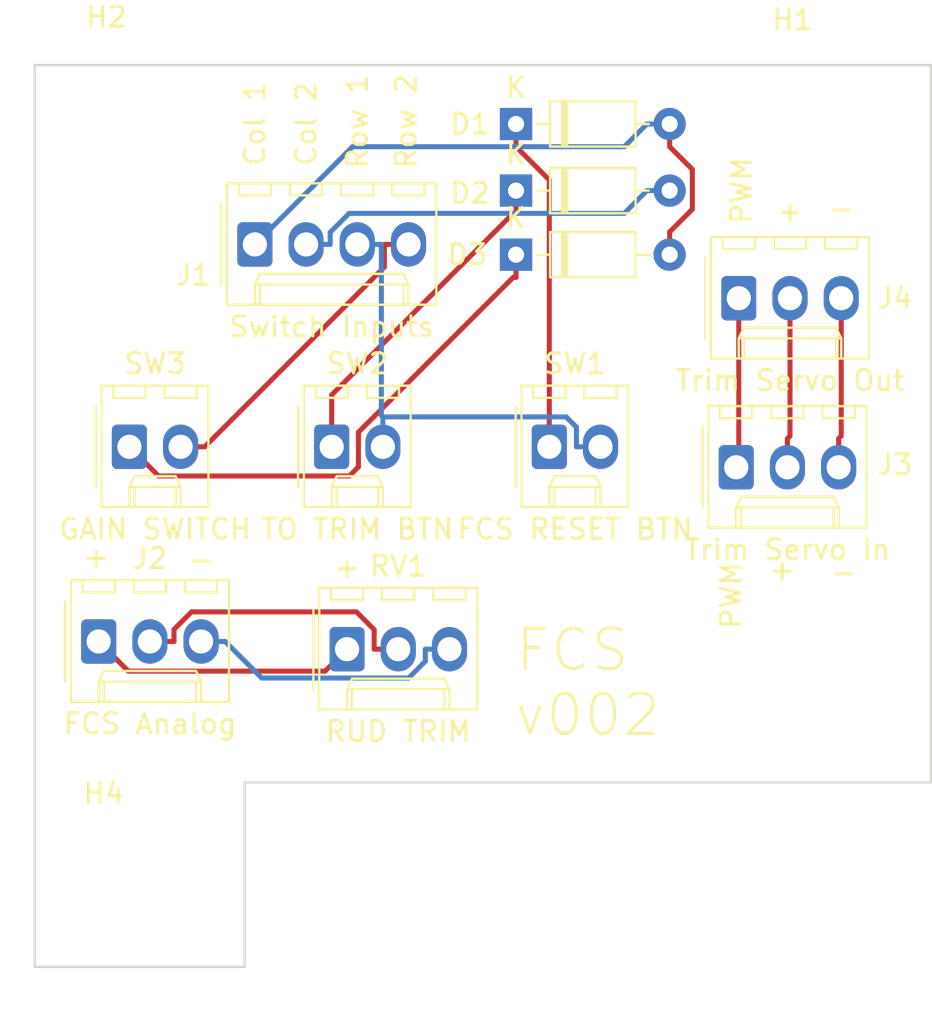
<source format=kicad_pcb>
(kicad_pcb (version 20171130) (host pcbnew "(5.1.5-0-10_14)")

  (general
    (thickness 1.6)
    (drawings 20)
    (tracks 66)
    (zones 0)
    (modules 15)
    (nets 14)
  )

  (page A4)
  (layers
    (0 F.Cu signal)
    (31 B.Cu signal)
    (32 B.Adhes user)
    (33 F.Adhes user)
    (34 B.Paste user)
    (35 F.Paste user)
    (36 B.SilkS user)
    (37 F.SilkS user)
    (38 B.Mask user)
    (39 F.Mask user)
    (40 Dwgs.User user)
    (41 Cmts.User user)
    (42 Eco1.User user)
    (43 Eco2.User user)
    (44 Edge.Cuts user)
    (45 Margin user)
    (46 B.CrtYd user)
    (47 F.CrtYd user)
    (48 B.Fab user hide)
    (49 F.Fab user)
  )

  (setup
    (last_trace_width 0.25)
    (trace_clearance 0.2)
    (zone_clearance 0.508)
    (zone_45_only no)
    (trace_min 0.2)
    (via_size 0.8)
    (via_drill 0.4)
    (via_min_size 0.4)
    (via_min_drill 0.3)
    (uvia_size 0.3)
    (uvia_drill 0.1)
    (uvias_allowed no)
    (uvia_min_size 0.2)
    (uvia_min_drill 0.1)
    (edge_width 0.05)
    (segment_width 0.2)
    (pcb_text_width 0.3)
    (pcb_text_size 1.5 1.5)
    (mod_edge_width 0.12)
    (mod_text_size 1 1)
    (mod_text_width 0.15)
    (pad_size 1.524 1.524)
    (pad_drill 0.762)
    (pad_to_mask_clearance 0.051)
    (solder_mask_min_width 0.25)
    (aux_axis_origin 0 0)
    (visible_elements FFFFFF7F)
    (pcbplotparams
      (layerselection 0x010fc_ffffffff)
      (usegerberextensions false)
      (usegerberattributes false)
      (usegerberadvancedattributes false)
      (creategerberjobfile false)
      (excludeedgelayer true)
      (linewidth 0.100000)
      (plotframeref false)
      (viasonmask false)
      (mode 1)
      (useauxorigin false)
      (hpglpennumber 1)
      (hpglpenspeed 20)
      (hpglpendiameter 15.000000)
      (psnegative false)
      (psa4output false)
      (plotreference true)
      (plotvalue true)
      (plotinvisibletext false)
      (padsonsilk false)
      (subtractmaskfromsilk false)
      (outputformat 1)
      (mirror false)
      (drillshape 0)
      (scaleselection 1)
      (outputdirectory "manufacturing"))
  )

  (net 0 "")
  (net 1 /Col1)
  (net 2 "Net-(D1-Pad1)")
  (net 3 /Col2)
  (net 4 "Net-(D2-Pad1)")
  (net 5 "Net-(D3-Pad1)")
  (net 6 /Row2)
  (net 7 /Row1)
  (net 8 /Analog_Gnd)
  (net 9 /Rud_Trim)
  (net 10 /Analog+5V)
  (net 11 /SERVO_GND)
  (net 12 /SERVO_5V)
  (net 13 /TRIM_SERVO_SIG)

  (net_class Default "This is the default net class."
    (clearance 0.2)
    (trace_width 0.25)
    (via_dia 0.8)
    (via_drill 0.4)
    (uvia_dia 0.3)
    (uvia_drill 0.1)
    (add_net /Analog+5V)
    (add_net /Analog_Gnd)
    (add_net /Col1)
    (add_net /Col2)
    (add_net /Row1)
    (add_net /Row2)
    (add_net /Rud_Trim)
    (add_net /SERVO_5V)
    (add_net /SERVO_GND)
    (add_net /TRIM_SERVO_SIG)
    (add_net "Net-(D1-Pad1)")
    (add_net "Net-(D2-Pad1)")
    (add_net "Net-(D3-Pad1)")
  )

  (module PT_Library_v001:Molex_1x03_P2.54mm_Vertical (layer F.Cu) (tedit 5B78013E) (tstamp 6070EB36)
    (at 103.505 118.999)
    (descr "Molex KK-254 Interconnect System, old/engineering part number: AE-6410-03A example for new part number: 22-27-2031, 3 Pins (http://www.molex.com/pdm_docs/sd/022272021_sd.pdf), generated with kicad-footprint-generator")
    (tags "connector Molex KK-254 side entry")
    (path /6070EAAD)
    (fp_text reference J4 (at 7.747 0) (layer F.SilkS)
      (effects (font (size 1 1) (thickness 0.15)))
    )
    (fp_text value "Trim Servo Out" (at 2.54 4.08) (layer F.SilkS)
      (effects (font (size 1 1) (thickness 0.15)))
    )
    (fp_text user %R (at 2.54 -2.22) (layer F.Fab)
      (effects (font (size 1 1) (thickness 0.15)))
    )
    (fp_line (start 6.85 -3.42) (end -1.77 -3.42) (layer F.CrtYd) (width 0.05))
    (fp_line (start 6.85 3.38) (end 6.85 -3.42) (layer F.CrtYd) (width 0.05))
    (fp_line (start -1.77 3.38) (end 6.85 3.38) (layer F.CrtYd) (width 0.05))
    (fp_line (start -1.77 -3.42) (end -1.77 3.38) (layer F.CrtYd) (width 0.05))
    (fp_line (start 5.88 -2.43) (end 5.88 -3.03) (layer F.SilkS) (width 0.12))
    (fp_line (start 4.28 -2.43) (end 5.88 -2.43) (layer F.SilkS) (width 0.12))
    (fp_line (start 4.28 -3.03) (end 4.28 -2.43) (layer F.SilkS) (width 0.12))
    (fp_line (start 3.34 -2.43) (end 3.34 -3.03) (layer F.SilkS) (width 0.12))
    (fp_line (start 1.74 -2.43) (end 3.34 -2.43) (layer F.SilkS) (width 0.12))
    (fp_line (start 1.74 -3.03) (end 1.74 -2.43) (layer F.SilkS) (width 0.12))
    (fp_line (start 0.8 -2.43) (end 0.8 -3.03) (layer F.SilkS) (width 0.12))
    (fp_line (start -0.8 -2.43) (end 0.8 -2.43) (layer F.SilkS) (width 0.12))
    (fp_line (start -0.8 -3.03) (end -0.8 -2.43) (layer F.SilkS) (width 0.12))
    (fp_line (start 4.83 2.99) (end 4.83 1.99) (layer F.SilkS) (width 0.12))
    (fp_line (start 0.25 2.99) (end 0.25 1.99) (layer F.SilkS) (width 0.12))
    (fp_line (start 4.83 1.46) (end 5.08 1.99) (layer F.SilkS) (width 0.12))
    (fp_line (start 0.25 1.46) (end 4.83 1.46) (layer F.SilkS) (width 0.12))
    (fp_line (start 0 1.99) (end 0.25 1.46) (layer F.SilkS) (width 0.12))
    (fp_line (start 5.08 1.99) (end 5.08 2.99) (layer F.SilkS) (width 0.12))
    (fp_line (start 0 1.99) (end 5.08 1.99) (layer F.SilkS) (width 0.12))
    (fp_line (start 0 2.99) (end 0 1.99) (layer F.SilkS) (width 0.12))
    (fp_line (start -0.562893 0) (end -1.27 0.5) (layer F.Fab) (width 0.1))
    (fp_line (start -1.27 -0.5) (end -0.562893 0) (layer F.Fab) (width 0.1))
    (fp_line (start -1.67 -2) (end -1.67 2) (layer F.SilkS) (width 0.12))
    (fp_line (start 6.46 -3.03) (end -1.38 -3.03) (layer F.SilkS) (width 0.12))
    (fp_line (start 6.46 2.99) (end 6.46 -3.03) (layer F.SilkS) (width 0.12))
    (fp_line (start -1.38 2.99) (end 6.46 2.99) (layer F.SilkS) (width 0.12))
    (fp_line (start -1.38 -3.03) (end -1.38 2.99) (layer F.SilkS) (width 0.12))
    (fp_line (start 6.35 -2.92) (end -1.27 -2.92) (layer F.Fab) (width 0.1))
    (fp_line (start 6.35 2.88) (end 6.35 -2.92) (layer F.Fab) (width 0.1))
    (fp_line (start -1.27 2.88) (end 6.35 2.88) (layer F.Fab) (width 0.1))
    (fp_line (start -1.27 -2.92) (end -1.27 2.88) (layer F.Fab) (width 0.1))
    (pad 3 thru_hole oval (at 5.08 0) (size 1.74 2.2) (drill 1.2) (layers *.Cu *.Mask)
      (net 11 /SERVO_GND))
    (pad 2 thru_hole oval (at 2.54 0) (size 1.74 2.2) (drill 1.2) (layers *.Cu *.Mask)
      (net 12 /SERVO_5V))
    (pad 1 thru_hole roundrect (at 0 0) (size 1.74 2.2) (drill 1.2) (layers *.Cu *.Mask) (roundrect_rratio 0.143678)
      (net 13 /TRIM_SERVO_SIG))
    (model ${KISYS3DMOD}/Connector_Molex.3dshapes/Molex_KK-254_AE-6410-03A_1x03_P2.54mm_Vertical.wrl
      (at (xyz 0 0 0))
      (scale (xyz 1 1 1))
      (rotate (xyz 0 0 0))
    )
  )

  (module PT_Library_v001:Molex_1x03_P2.54mm_Vertical (layer F.Cu) (tedit 5B78013E) (tstamp 6070EB0E)
    (at 103.378 127.381)
    (descr "Molex KK-254 Interconnect System, old/engineering part number: AE-6410-03A example for new part number: 22-27-2031, 3 Pins (http://www.molex.com/pdm_docs/sd/022272021_sd.pdf), generated with kicad-footprint-generator")
    (tags "connector Molex KK-254 side entry")
    (path /6070F5C9)
    (fp_text reference J3 (at 7.874 -0.127) (layer F.SilkS)
      (effects (font (size 1 1) (thickness 0.15)))
    )
    (fp_text value "Trim Servo In" (at 2.54 4.08) (layer F.SilkS)
      (effects (font (size 1 1) (thickness 0.15)))
    )
    (fp_text user %R (at 2.54 -2.22) (layer F.Fab)
      (effects (font (size 1 1) (thickness 0.15)))
    )
    (fp_line (start 6.85 -3.42) (end -1.77 -3.42) (layer F.CrtYd) (width 0.05))
    (fp_line (start 6.85 3.38) (end 6.85 -3.42) (layer F.CrtYd) (width 0.05))
    (fp_line (start -1.77 3.38) (end 6.85 3.38) (layer F.CrtYd) (width 0.05))
    (fp_line (start -1.77 -3.42) (end -1.77 3.38) (layer F.CrtYd) (width 0.05))
    (fp_line (start 5.88 -2.43) (end 5.88 -3.03) (layer F.SilkS) (width 0.12))
    (fp_line (start 4.28 -2.43) (end 5.88 -2.43) (layer F.SilkS) (width 0.12))
    (fp_line (start 4.28 -3.03) (end 4.28 -2.43) (layer F.SilkS) (width 0.12))
    (fp_line (start 3.34 -2.43) (end 3.34 -3.03) (layer F.SilkS) (width 0.12))
    (fp_line (start 1.74 -2.43) (end 3.34 -2.43) (layer F.SilkS) (width 0.12))
    (fp_line (start 1.74 -3.03) (end 1.74 -2.43) (layer F.SilkS) (width 0.12))
    (fp_line (start 0.8 -2.43) (end 0.8 -3.03) (layer F.SilkS) (width 0.12))
    (fp_line (start -0.8 -2.43) (end 0.8 -2.43) (layer F.SilkS) (width 0.12))
    (fp_line (start -0.8 -3.03) (end -0.8 -2.43) (layer F.SilkS) (width 0.12))
    (fp_line (start 4.83 2.99) (end 4.83 1.99) (layer F.SilkS) (width 0.12))
    (fp_line (start 0.25 2.99) (end 0.25 1.99) (layer F.SilkS) (width 0.12))
    (fp_line (start 4.83 1.46) (end 5.08 1.99) (layer F.SilkS) (width 0.12))
    (fp_line (start 0.25 1.46) (end 4.83 1.46) (layer F.SilkS) (width 0.12))
    (fp_line (start 0 1.99) (end 0.25 1.46) (layer F.SilkS) (width 0.12))
    (fp_line (start 5.08 1.99) (end 5.08 2.99) (layer F.SilkS) (width 0.12))
    (fp_line (start 0 1.99) (end 5.08 1.99) (layer F.SilkS) (width 0.12))
    (fp_line (start 0 2.99) (end 0 1.99) (layer F.SilkS) (width 0.12))
    (fp_line (start -0.562893 0) (end -1.27 0.5) (layer F.Fab) (width 0.1))
    (fp_line (start -1.27 -0.5) (end -0.562893 0) (layer F.Fab) (width 0.1))
    (fp_line (start -1.67 -2) (end -1.67 2) (layer F.SilkS) (width 0.12))
    (fp_line (start 6.46 -3.03) (end -1.38 -3.03) (layer F.SilkS) (width 0.12))
    (fp_line (start 6.46 2.99) (end 6.46 -3.03) (layer F.SilkS) (width 0.12))
    (fp_line (start -1.38 2.99) (end 6.46 2.99) (layer F.SilkS) (width 0.12))
    (fp_line (start -1.38 -3.03) (end -1.38 2.99) (layer F.SilkS) (width 0.12))
    (fp_line (start 6.35 -2.92) (end -1.27 -2.92) (layer F.Fab) (width 0.1))
    (fp_line (start 6.35 2.88) (end 6.35 -2.92) (layer F.Fab) (width 0.1))
    (fp_line (start -1.27 2.88) (end 6.35 2.88) (layer F.Fab) (width 0.1))
    (fp_line (start -1.27 -2.92) (end -1.27 2.88) (layer F.Fab) (width 0.1))
    (pad 3 thru_hole oval (at 5.08 0) (size 1.74 2.2) (drill 1.2) (layers *.Cu *.Mask)
      (net 11 /SERVO_GND))
    (pad 2 thru_hole oval (at 2.54 0) (size 1.74 2.2) (drill 1.2) (layers *.Cu *.Mask)
      (net 12 /SERVO_5V))
    (pad 1 thru_hole roundrect (at 0 0) (size 1.74 2.2) (drill 1.2) (layers *.Cu *.Mask) (roundrect_rratio 0.143678)
      (net 13 /TRIM_SERVO_SIG))
    (model ${KISYS3DMOD}/Connector_Molex.3dshapes/Molex_KK-254_AE-6410-03A_1x03_P2.54mm_Vertical.wrl
      (at (xyz 0 0 0))
      (scale (xyz 1 1 1))
      (rotate (xyz 0 0 0))
    )
  )

  (module MountingHole:MountingHole_4.3mm_M4 (layer F.Cu) (tedit 56D1B4CB) (tstamp 6047DF9A)
    (at 72.009 148.844)
    (descr "Mounting Hole 4.3mm, no annular, M4")
    (tags "mounting hole 4.3mm no annular m4")
    (path /6048476A)
    (attr virtual)
    (fp_text reference H4 (at 0 -5.3) (layer F.SilkS)
      (effects (font (size 1 1) (thickness 0.15)))
    )
    (fp_text value MountingHole (at 0 5.3) (layer F.Fab)
      (effects (font (size 1 1) (thickness 0.15)))
    )
    (fp_circle (center 0 0) (end 4.55 0) (layer F.CrtYd) (width 0.05))
    (fp_circle (center 0 0) (end 4.3 0) (layer Cmts.User) (width 0.15))
    (fp_text user %R (at 0.3 0) (layer F.Fab)
      (effects (font (size 1 1) (thickness 0.15)))
    )
    (pad 1 np_thru_hole circle (at 0 0) (size 4.3 4.3) (drill 4.3) (layers *.Cu *.Mask))
  )

  (module MountingHole:MountingHole_4.3mm_M4 (layer F.Cu) (tedit 56D1B4CB) (tstamp 6047DD90)
    (at 106.172 135.509)
    (descr "Mounting Hole 4.3mm, no annular, M4")
    (tags "mounting hole 4.3mm no annular m4")
    (path /6048448C)
    (attr virtual)
    (fp_text reference H3 (at 0 -5.3) (layer F.Fab)
      (effects (font (size 1 1) (thickness 0.15)))
    )
    (fp_text value MountingHole (at 0 5.3) (layer F.Fab)
      (effects (font (size 1 1) (thickness 0.15)))
    )
    (fp_circle (center 0 0) (end 4.55 0) (layer F.CrtYd) (width 0.05))
    (fp_circle (center 0 0) (end 4.3 0) (layer Cmts.User) (width 0.15))
    (fp_text user %R (at 0.3 0) (layer F.Fab)
      (effects (font (size 1 1) (thickness 0.15)))
    )
    (pad 1 np_thru_hole circle (at 0 0) (size 4.3 4.3) (drill 4.3) (layers *.Cu *.Mask))
  )

  (module MountingHole:MountingHole_4.3mm_M4 locked (layer F.Cu) (tedit 56D1B4CB) (tstamp 6047E02A)
    (at 72.136 110.363)
    (descr "Mounting Hole 4.3mm, no annular, M4")
    (tags "mounting hole 4.3mm no annular m4")
    (path /60483D94)
    (attr virtual)
    (fp_text reference H2 (at 0 -5.3) (layer F.SilkS)
      (effects (font (size 1 1) (thickness 0.15)))
    )
    (fp_text value MountingHole (at 0 5.3) (layer F.Fab)
      (effects (font (size 1 1) (thickness 0.15)))
    )
    (fp_circle (center 0 0) (end 4.55 0) (layer F.CrtYd) (width 0.05))
    (fp_circle (center 0 0) (end 4.3 0) (layer Cmts.User) (width 0.15))
    (fp_text user %R (at 0.3 0) (layer F.Fab)
      (effects (font (size 1 1) (thickness 0.15)))
    )
    (pad 1 np_thru_hole circle (at 0 0) (size 4.3 4.3) (drill 4.3) (layers *.Cu *.Mask))
  )

  (module MountingHole:MountingHole_4.3mm_M4 (layer F.Cu) (tedit 56D1B4CB) (tstamp 6047DD80)
    (at 106.172 110.49)
    (descr "Mounting Hole 4.3mm, no annular, M4")
    (tags "mounting hole 4.3mm no annular m4")
    (path /604839CB)
    (attr virtual)
    (fp_text reference H1 (at 0 -5.3) (layer F.SilkS)
      (effects (font (size 1 1) (thickness 0.15)))
    )
    (fp_text value MountingHole (at 0 5.3) (layer F.Fab)
      (effects (font (size 1 1) (thickness 0.15)))
    )
    (fp_circle (center 0 0) (end 4.55 0) (layer F.CrtYd) (width 0.05))
    (fp_circle (center 0 0) (end 4.3 0) (layer Cmts.User) (width 0.15))
    (fp_text user %R (at 0.3 0) (layer F.Fab)
      (effects (font (size 1 1) (thickness 0.15)))
    )
    (pad 1 np_thru_hole circle (at 0 0) (size 4.3 4.3) (drill 4.3) (layers *.Cu *.Mask))
  )

  (module PT_Library_v001:Molex_1x02_P2.54mm_Vertical (layer F.Cu) (tedit 5B78013E) (tstamp 6047CE42)
    (at 73.279 126.365)
    (descr "Molex KK-254 Interconnect System, old/engineering part number: AE-6410-02A example for new part number: 22-27-2021, 2 Pins (http://www.molex.com/pdm_docs/sd/022272021_sd.pdf), generated with kicad-footprint-generator")
    (tags "connector Molex KK-254 side entry")
    (path /5FC61E34)
    (fp_text reference SW3 (at 1.27 -4.12) (layer F.SilkS)
      (effects (font (size 1 1) (thickness 0.15)))
    )
    (fp_text value "GAIN SWITCH" (at 1.27 4.08) (layer F.SilkS)
      (effects (font (size 1 1) (thickness 0.15)))
    )
    (fp_text user %R (at 1.27 -2.22) (layer F.Fab)
      (effects (font (size 1 1) (thickness 0.15)))
    )
    (fp_line (start 4.31 -3.42) (end -1.77 -3.42) (layer F.CrtYd) (width 0.05))
    (fp_line (start 4.31 3.38) (end 4.31 -3.42) (layer F.CrtYd) (width 0.05))
    (fp_line (start -1.77 3.38) (end 4.31 3.38) (layer F.CrtYd) (width 0.05))
    (fp_line (start -1.77 -3.42) (end -1.77 3.38) (layer F.CrtYd) (width 0.05))
    (fp_line (start 3.34 -2.43) (end 3.34 -3.03) (layer F.SilkS) (width 0.12))
    (fp_line (start 1.74 -2.43) (end 3.34 -2.43) (layer F.SilkS) (width 0.12))
    (fp_line (start 1.74 -3.03) (end 1.74 -2.43) (layer F.SilkS) (width 0.12))
    (fp_line (start 0.8 -2.43) (end 0.8 -3.03) (layer F.SilkS) (width 0.12))
    (fp_line (start -0.8 -2.43) (end 0.8 -2.43) (layer F.SilkS) (width 0.12))
    (fp_line (start -0.8 -3.03) (end -0.8 -2.43) (layer F.SilkS) (width 0.12))
    (fp_line (start 2.29 2.99) (end 2.29 1.99) (layer F.SilkS) (width 0.12))
    (fp_line (start 0.25 2.99) (end 0.25 1.99) (layer F.SilkS) (width 0.12))
    (fp_line (start 2.29 1.46) (end 2.54 1.99) (layer F.SilkS) (width 0.12))
    (fp_line (start 0.25 1.46) (end 2.29 1.46) (layer F.SilkS) (width 0.12))
    (fp_line (start 0 1.99) (end 0.25 1.46) (layer F.SilkS) (width 0.12))
    (fp_line (start 2.54 1.99) (end 2.54 2.99) (layer F.SilkS) (width 0.12))
    (fp_line (start 0 1.99) (end 2.54 1.99) (layer F.SilkS) (width 0.12))
    (fp_line (start 0 2.99) (end 0 1.99) (layer F.SilkS) (width 0.12))
    (fp_line (start -0.562893 0) (end -1.27 0.5) (layer F.Fab) (width 0.1))
    (fp_line (start -1.27 -0.5) (end -0.562893 0) (layer F.Fab) (width 0.1))
    (fp_line (start -1.67 -2) (end -1.67 2) (layer F.SilkS) (width 0.12))
    (fp_line (start 3.92 -3.03) (end -1.38 -3.03) (layer F.SilkS) (width 0.12))
    (fp_line (start 3.92 2.99) (end 3.92 -3.03) (layer F.SilkS) (width 0.12))
    (fp_line (start -1.38 2.99) (end 3.92 2.99) (layer F.SilkS) (width 0.12))
    (fp_line (start -1.38 -3.03) (end -1.38 2.99) (layer F.SilkS) (width 0.12))
    (fp_line (start 3.81 -2.92) (end -1.27 -2.92) (layer F.Fab) (width 0.1))
    (fp_line (start 3.81 2.88) (end 3.81 -2.92) (layer F.Fab) (width 0.1))
    (fp_line (start -1.27 2.88) (end 3.81 2.88) (layer F.Fab) (width 0.1))
    (fp_line (start -1.27 -2.92) (end -1.27 2.88) (layer F.Fab) (width 0.1))
    (pad 2 thru_hole oval (at 2.54 0) (size 1.74 2.2) (drill 1.2) (layers *.Cu *.Mask)
      (net 6 /Row2))
    (pad 1 thru_hole roundrect (at 0 0) (size 1.74 2.2) (drill 1.2) (layers *.Cu *.Mask) (roundrect_rratio 0.143678)
      (net 5 "Net-(D3-Pad1)"))
    (model ${KISYS3DMOD}/Connector_Molex.3dshapes/Molex_KK-254_AE-6410-02A_1x02_P2.54mm_Vertical.wrl
      (at (xyz 0 0 0))
      (scale (xyz 1 1 1))
      (rotate (xyz 0 0 0))
    )
  )

  (module PT_Library_v001:Molex_1x02_P2.54mm_Vertical (layer F.Cu) (tedit 5B78013E) (tstamp 6047CE1E)
    (at 83.312 126.365)
    (descr "Molex KK-254 Interconnect System, old/engineering part number: AE-6410-02A example for new part number: 22-27-2021, 2 Pins (http://www.molex.com/pdm_docs/sd/022272021_sd.pdf), generated with kicad-footprint-generator")
    (tags "connector Molex KK-254 side entry")
    (path /5FC6D99B)
    (fp_text reference SW2 (at 1.27 -4.12) (layer F.SilkS)
      (effects (font (size 1 1) (thickness 0.15)))
    )
    (fp_text value "TO TRIM BTN" (at 1.27 4.08) (layer F.SilkS)
      (effects (font (size 1 1) (thickness 0.15)))
    )
    (fp_text user %R (at 1.27 -2.22) (layer F.Fab)
      (effects (font (size 1 1) (thickness 0.15)))
    )
    (fp_line (start 4.31 -3.42) (end -1.77 -3.42) (layer F.CrtYd) (width 0.05))
    (fp_line (start 4.31 3.38) (end 4.31 -3.42) (layer F.CrtYd) (width 0.05))
    (fp_line (start -1.77 3.38) (end 4.31 3.38) (layer F.CrtYd) (width 0.05))
    (fp_line (start -1.77 -3.42) (end -1.77 3.38) (layer F.CrtYd) (width 0.05))
    (fp_line (start 3.34 -2.43) (end 3.34 -3.03) (layer F.SilkS) (width 0.12))
    (fp_line (start 1.74 -2.43) (end 3.34 -2.43) (layer F.SilkS) (width 0.12))
    (fp_line (start 1.74 -3.03) (end 1.74 -2.43) (layer F.SilkS) (width 0.12))
    (fp_line (start 0.8 -2.43) (end 0.8 -3.03) (layer F.SilkS) (width 0.12))
    (fp_line (start -0.8 -2.43) (end 0.8 -2.43) (layer F.SilkS) (width 0.12))
    (fp_line (start -0.8 -3.03) (end -0.8 -2.43) (layer F.SilkS) (width 0.12))
    (fp_line (start 2.29 2.99) (end 2.29 1.99) (layer F.SilkS) (width 0.12))
    (fp_line (start 0.25 2.99) (end 0.25 1.99) (layer F.SilkS) (width 0.12))
    (fp_line (start 2.29 1.46) (end 2.54 1.99) (layer F.SilkS) (width 0.12))
    (fp_line (start 0.25 1.46) (end 2.29 1.46) (layer F.SilkS) (width 0.12))
    (fp_line (start 0 1.99) (end 0.25 1.46) (layer F.SilkS) (width 0.12))
    (fp_line (start 2.54 1.99) (end 2.54 2.99) (layer F.SilkS) (width 0.12))
    (fp_line (start 0 1.99) (end 2.54 1.99) (layer F.SilkS) (width 0.12))
    (fp_line (start 0 2.99) (end 0 1.99) (layer F.SilkS) (width 0.12))
    (fp_line (start -0.562893 0) (end -1.27 0.5) (layer F.Fab) (width 0.1))
    (fp_line (start -1.27 -0.5) (end -0.562893 0) (layer F.Fab) (width 0.1))
    (fp_line (start -1.67 -2) (end -1.67 2) (layer F.SilkS) (width 0.12))
    (fp_line (start 3.92 -3.03) (end -1.38 -3.03) (layer F.SilkS) (width 0.12))
    (fp_line (start 3.92 2.99) (end 3.92 -3.03) (layer F.SilkS) (width 0.12))
    (fp_line (start -1.38 2.99) (end 3.92 2.99) (layer F.SilkS) (width 0.12))
    (fp_line (start -1.38 -3.03) (end -1.38 2.99) (layer F.SilkS) (width 0.12))
    (fp_line (start 3.81 -2.92) (end -1.27 -2.92) (layer F.Fab) (width 0.1))
    (fp_line (start 3.81 2.88) (end 3.81 -2.92) (layer F.Fab) (width 0.1))
    (fp_line (start -1.27 2.88) (end 3.81 2.88) (layer F.Fab) (width 0.1))
    (fp_line (start -1.27 -2.92) (end -1.27 2.88) (layer F.Fab) (width 0.1))
    (pad 2 thru_hole oval (at 2.54 0) (size 1.74 2.2) (drill 1.2) (layers *.Cu *.Mask)
      (net 7 /Row1))
    (pad 1 thru_hole roundrect (at 0 0) (size 1.74 2.2) (drill 1.2) (layers *.Cu *.Mask) (roundrect_rratio 0.143678)
      (net 4 "Net-(D2-Pad1)"))
    (model ${KISYS3DMOD}/Connector_Molex.3dshapes/Molex_KK-254_AE-6410-02A_1x02_P2.54mm_Vertical.wrl
      (at (xyz 0 0 0))
      (scale (xyz 1 1 1))
      (rotate (xyz 0 0 0))
    )
  )

  (module PT_Library_v001:Molex_1x02_P2.54mm_Vertical (layer F.Cu) (tedit 5B78013E) (tstamp 60491C8E)
    (at 94.107 126.365)
    (descr "Molex KK-254 Interconnect System, old/engineering part number: AE-6410-02A example for new part number: 22-27-2021, 2 Pins (http://www.molex.com/pdm_docs/sd/022272021_sd.pdf), generated with kicad-footprint-generator")
    (tags "connector Molex KK-254 side entry")
    (path /5FC6B1A9)
    (fp_text reference SW1 (at 1.27 -4.12) (layer F.SilkS)
      (effects (font (size 1 1) (thickness 0.15)))
    )
    (fp_text value "FCS RESET BTN" (at 1.27 4.08) (layer F.SilkS)
      (effects (font (size 1 1) (thickness 0.15)))
    )
    (fp_text user %R (at 1.27 -2.22) (layer F.Fab)
      (effects (font (size 1 1) (thickness 0.15)))
    )
    (fp_line (start 4.31 -3.42) (end -1.77 -3.42) (layer F.CrtYd) (width 0.05))
    (fp_line (start 4.31 3.38) (end 4.31 -3.42) (layer F.CrtYd) (width 0.05))
    (fp_line (start -1.77 3.38) (end 4.31 3.38) (layer F.CrtYd) (width 0.05))
    (fp_line (start -1.77 -3.42) (end -1.77 3.38) (layer F.CrtYd) (width 0.05))
    (fp_line (start 3.34 -2.43) (end 3.34 -3.03) (layer F.SilkS) (width 0.12))
    (fp_line (start 1.74 -2.43) (end 3.34 -2.43) (layer F.SilkS) (width 0.12))
    (fp_line (start 1.74 -3.03) (end 1.74 -2.43) (layer F.SilkS) (width 0.12))
    (fp_line (start 0.8 -2.43) (end 0.8 -3.03) (layer F.SilkS) (width 0.12))
    (fp_line (start -0.8 -2.43) (end 0.8 -2.43) (layer F.SilkS) (width 0.12))
    (fp_line (start -0.8 -3.03) (end -0.8 -2.43) (layer F.SilkS) (width 0.12))
    (fp_line (start 2.29 2.99) (end 2.29 1.99) (layer F.SilkS) (width 0.12))
    (fp_line (start 0.25 2.99) (end 0.25 1.99) (layer F.SilkS) (width 0.12))
    (fp_line (start 2.29 1.46) (end 2.54 1.99) (layer F.SilkS) (width 0.12))
    (fp_line (start 0.25 1.46) (end 2.29 1.46) (layer F.SilkS) (width 0.12))
    (fp_line (start 0 1.99) (end 0.25 1.46) (layer F.SilkS) (width 0.12))
    (fp_line (start 2.54 1.99) (end 2.54 2.99) (layer F.SilkS) (width 0.12))
    (fp_line (start 0 1.99) (end 2.54 1.99) (layer F.SilkS) (width 0.12))
    (fp_line (start 0 2.99) (end 0 1.99) (layer F.SilkS) (width 0.12))
    (fp_line (start -0.562893 0) (end -1.27 0.5) (layer F.Fab) (width 0.1))
    (fp_line (start -1.27 -0.5) (end -0.562893 0) (layer F.Fab) (width 0.1))
    (fp_line (start -1.67 -2) (end -1.67 2) (layer F.SilkS) (width 0.12))
    (fp_line (start 3.92 -3.03) (end -1.38 -3.03) (layer F.SilkS) (width 0.12))
    (fp_line (start 3.92 2.99) (end 3.92 -3.03) (layer F.SilkS) (width 0.12))
    (fp_line (start -1.38 2.99) (end 3.92 2.99) (layer F.SilkS) (width 0.12))
    (fp_line (start -1.38 -3.03) (end -1.38 2.99) (layer F.SilkS) (width 0.12))
    (fp_line (start 3.81 -2.92) (end -1.27 -2.92) (layer F.Fab) (width 0.1))
    (fp_line (start 3.81 2.88) (end 3.81 -2.92) (layer F.Fab) (width 0.1))
    (fp_line (start -1.27 2.88) (end 3.81 2.88) (layer F.Fab) (width 0.1))
    (fp_line (start -1.27 -2.92) (end -1.27 2.88) (layer F.Fab) (width 0.1))
    (pad 2 thru_hole oval (at 2.54 0) (size 1.74 2.2) (drill 1.2) (layers *.Cu *.Mask)
      (net 7 /Row1))
    (pad 1 thru_hole roundrect (at 0 0) (size 1.74 2.2) (drill 1.2) (layers *.Cu *.Mask) (roundrect_rratio 0.143678)
      (net 2 "Net-(D1-Pad1)"))
    (model ${KISYS3DMOD}/Connector_Molex.3dshapes/Molex_KK-254_AE-6410-02A_1x02_P2.54mm_Vertical.wrl
      (at (xyz 0 0 0))
      (scale (xyz 1 1 1))
      (rotate (xyz 0 0 0))
    )
  )

  (module PT_Library_v001:Molex_1x03_P2.54mm_Vertical (layer F.Cu) (tedit 5B78013E) (tstamp 6047CDD6)
    (at 84.074 136.398)
    (descr "Molex KK-254 Interconnect System, old/engineering part number: AE-6410-03A example for new part number: 22-27-2031, 3 Pins (http://www.molex.com/pdm_docs/sd/022272021_sd.pdf), generated with kicad-footprint-generator")
    (tags "connector Molex KK-254 side entry")
    (path /5FC6CAF4)
    (fp_text reference RV1 (at 2.54 -4.12) (layer F.SilkS)
      (effects (font (size 1 1) (thickness 0.15)))
    )
    (fp_text value "RUD TRIM" (at 2.54 4.08) (layer F.SilkS)
      (effects (font (size 1 1) (thickness 0.15)))
    )
    (fp_text user %R (at 2.54 -2.22) (layer F.Fab)
      (effects (font (size 1 1) (thickness 0.15)))
    )
    (fp_line (start 6.85 -3.42) (end -1.77 -3.42) (layer F.CrtYd) (width 0.05))
    (fp_line (start 6.85 3.38) (end 6.85 -3.42) (layer F.CrtYd) (width 0.05))
    (fp_line (start -1.77 3.38) (end 6.85 3.38) (layer F.CrtYd) (width 0.05))
    (fp_line (start -1.77 -3.42) (end -1.77 3.38) (layer F.CrtYd) (width 0.05))
    (fp_line (start 5.88 -2.43) (end 5.88 -3.03) (layer F.SilkS) (width 0.12))
    (fp_line (start 4.28 -2.43) (end 5.88 -2.43) (layer F.SilkS) (width 0.12))
    (fp_line (start 4.28 -3.03) (end 4.28 -2.43) (layer F.SilkS) (width 0.12))
    (fp_line (start 3.34 -2.43) (end 3.34 -3.03) (layer F.SilkS) (width 0.12))
    (fp_line (start 1.74 -2.43) (end 3.34 -2.43) (layer F.SilkS) (width 0.12))
    (fp_line (start 1.74 -3.03) (end 1.74 -2.43) (layer F.SilkS) (width 0.12))
    (fp_line (start 0.8 -2.43) (end 0.8 -3.03) (layer F.SilkS) (width 0.12))
    (fp_line (start -0.8 -2.43) (end 0.8 -2.43) (layer F.SilkS) (width 0.12))
    (fp_line (start -0.8 -3.03) (end -0.8 -2.43) (layer F.SilkS) (width 0.12))
    (fp_line (start 4.83 2.99) (end 4.83 1.99) (layer F.SilkS) (width 0.12))
    (fp_line (start 0.25 2.99) (end 0.25 1.99) (layer F.SilkS) (width 0.12))
    (fp_line (start 4.83 1.46) (end 5.08 1.99) (layer F.SilkS) (width 0.12))
    (fp_line (start 0.25 1.46) (end 4.83 1.46) (layer F.SilkS) (width 0.12))
    (fp_line (start 0 1.99) (end 0.25 1.46) (layer F.SilkS) (width 0.12))
    (fp_line (start 5.08 1.99) (end 5.08 2.99) (layer F.SilkS) (width 0.12))
    (fp_line (start 0 1.99) (end 5.08 1.99) (layer F.SilkS) (width 0.12))
    (fp_line (start 0 2.99) (end 0 1.99) (layer F.SilkS) (width 0.12))
    (fp_line (start -0.562893 0) (end -1.27 0.5) (layer F.Fab) (width 0.1))
    (fp_line (start -1.27 -0.5) (end -0.562893 0) (layer F.Fab) (width 0.1))
    (fp_line (start -1.67 -2) (end -1.67 2) (layer F.SilkS) (width 0.12))
    (fp_line (start 6.46 -3.03) (end -1.38 -3.03) (layer F.SilkS) (width 0.12))
    (fp_line (start 6.46 2.99) (end 6.46 -3.03) (layer F.SilkS) (width 0.12))
    (fp_line (start -1.38 2.99) (end 6.46 2.99) (layer F.SilkS) (width 0.12))
    (fp_line (start -1.38 -3.03) (end -1.38 2.99) (layer F.SilkS) (width 0.12))
    (fp_line (start 6.35 -2.92) (end -1.27 -2.92) (layer F.Fab) (width 0.1))
    (fp_line (start 6.35 2.88) (end 6.35 -2.92) (layer F.Fab) (width 0.1))
    (fp_line (start -1.27 2.88) (end 6.35 2.88) (layer F.Fab) (width 0.1))
    (fp_line (start -1.27 -2.92) (end -1.27 2.88) (layer F.Fab) (width 0.1))
    (pad 3 thru_hole oval (at 5.08 0) (size 1.74 2.2) (drill 1.2) (layers *.Cu *.Mask)
      (net 8 /Analog_Gnd))
    (pad 2 thru_hole oval (at 2.54 0) (size 1.74 2.2) (drill 1.2) (layers *.Cu *.Mask)
      (net 9 /Rud_Trim))
    (pad 1 thru_hole roundrect (at 0 0) (size 1.74 2.2) (drill 1.2) (layers *.Cu *.Mask) (roundrect_rratio 0.143678)
      (net 10 /Analog+5V))
    (model ${KISYS3DMOD}/Connector_Molex.3dshapes/Molex_KK-254_AE-6410-03A_1x03_P2.54mm_Vertical.wrl
      (at (xyz 0 0 0))
      (scale (xyz 1 1 1))
      (rotate (xyz 0 0 0))
    )
  )

  (module PT_Library_v001:Molex_1x03_P2.54mm_Vertical (layer F.Cu) (tedit 5B78013E) (tstamp 6047CDAE)
    (at 71.755 136.017)
    (descr "Molex KK-254 Interconnect System, old/engineering part number: AE-6410-03A example for new part number: 22-27-2031, 3 Pins (http://www.molex.com/pdm_docs/sd/022272021_sd.pdf), generated with kicad-footprint-generator")
    (tags "connector Molex KK-254 side entry")
    (path /5FC754A2)
    (fp_text reference J2 (at 2.54 -4.12) (layer F.SilkS)
      (effects (font (size 1 1) (thickness 0.15)))
    )
    (fp_text value "FCS Analog" (at 2.54 4.08) (layer F.SilkS)
      (effects (font (size 1 1) (thickness 0.15)))
    )
    (fp_text user %R (at 2.54 -2.22) (layer F.Fab)
      (effects (font (size 1 1) (thickness 0.15)))
    )
    (fp_line (start 6.85 -3.42) (end -1.77 -3.42) (layer F.CrtYd) (width 0.05))
    (fp_line (start 6.85 3.38) (end 6.85 -3.42) (layer F.CrtYd) (width 0.05))
    (fp_line (start -1.77 3.38) (end 6.85 3.38) (layer F.CrtYd) (width 0.05))
    (fp_line (start -1.77 -3.42) (end -1.77 3.38) (layer F.CrtYd) (width 0.05))
    (fp_line (start 5.88 -2.43) (end 5.88 -3.03) (layer F.SilkS) (width 0.12))
    (fp_line (start 4.28 -2.43) (end 5.88 -2.43) (layer F.SilkS) (width 0.12))
    (fp_line (start 4.28 -3.03) (end 4.28 -2.43) (layer F.SilkS) (width 0.12))
    (fp_line (start 3.34 -2.43) (end 3.34 -3.03) (layer F.SilkS) (width 0.12))
    (fp_line (start 1.74 -2.43) (end 3.34 -2.43) (layer F.SilkS) (width 0.12))
    (fp_line (start 1.74 -3.03) (end 1.74 -2.43) (layer F.SilkS) (width 0.12))
    (fp_line (start 0.8 -2.43) (end 0.8 -3.03) (layer F.SilkS) (width 0.12))
    (fp_line (start -0.8 -2.43) (end 0.8 -2.43) (layer F.SilkS) (width 0.12))
    (fp_line (start -0.8 -3.03) (end -0.8 -2.43) (layer F.SilkS) (width 0.12))
    (fp_line (start 4.83 2.99) (end 4.83 1.99) (layer F.SilkS) (width 0.12))
    (fp_line (start 0.25 2.99) (end 0.25 1.99) (layer F.SilkS) (width 0.12))
    (fp_line (start 4.83 1.46) (end 5.08 1.99) (layer F.SilkS) (width 0.12))
    (fp_line (start 0.25 1.46) (end 4.83 1.46) (layer F.SilkS) (width 0.12))
    (fp_line (start 0 1.99) (end 0.25 1.46) (layer F.SilkS) (width 0.12))
    (fp_line (start 5.08 1.99) (end 5.08 2.99) (layer F.SilkS) (width 0.12))
    (fp_line (start 0 1.99) (end 5.08 1.99) (layer F.SilkS) (width 0.12))
    (fp_line (start 0 2.99) (end 0 1.99) (layer F.SilkS) (width 0.12))
    (fp_line (start -0.562893 0) (end -1.27 0.5) (layer F.Fab) (width 0.1))
    (fp_line (start -1.27 -0.5) (end -0.562893 0) (layer F.Fab) (width 0.1))
    (fp_line (start -1.67 -2) (end -1.67 2) (layer F.SilkS) (width 0.12))
    (fp_line (start 6.46 -3.03) (end -1.38 -3.03) (layer F.SilkS) (width 0.12))
    (fp_line (start 6.46 2.99) (end 6.46 -3.03) (layer F.SilkS) (width 0.12))
    (fp_line (start -1.38 2.99) (end 6.46 2.99) (layer F.SilkS) (width 0.12))
    (fp_line (start -1.38 -3.03) (end -1.38 2.99) (layer F.SilkS) (width 0.12))
    (fp_line (start 6.35 -2.92) (end -1.27 -2.92) (layer F.Fab) (width 0.1))
    (fp_line (start 6.35 2.88) (end 6.35 -2.92) (layer F.Fab) (width 0.1))
    (fp_line (start -1.27 2.88) (end 6.35 2.88) (layer F.Fab) (width 0.1))
    (fp_line (start -1.27 -2.92) (end -1.27 2.88) (layer F.Fab) (width 0.1))
    (pad 3 thru_hole oval (at 5.08 0) (size 1.74 2.2) (drill 1.2) (layers *.Cu *.Mask)
      (net 8 /Analog_Gnd))
    (pad 2 thru_hole oval (at 2.54 0) (size 1.74 2.2) (drill 1.2) (layers *.Cu *.Mask)
      (net 9 /Rud_Trim))
    (pad 1 thru_hole roundrect (at 0 0) (size 1.74 2.2) (drill 1.2) (layers *.Cu *.Mask) (roundrect_rratio 0.143678)
      (net 10 /Analog+5V))
    (model ${KISYS3DMOD}/Connector_Molex.3dshapes/Molex_KK-254_AE-6410-03A_1x03_P2.54mm_Vertical.wrl
      (at (xyz 0 0 0))
      (scale (xyz 1 1 1))
      (rotate (xyz 0 0 0))
    )
  )

  (module PT_Library_v001:Molex_1x04_P2.54mm_Vertical (layer F.Cu) (tedit 5B78013E) (tstamp 60491ADC)
    (at 79.502 116.332)
    (descr "Molex KK-254 Interconnect System, old/engineering part number: AE-6410-04A example for new part number: 22-27-2041, 4 Pins (http://www.molex.com/pdm_docs/sd/022272021_sd.pdf), generated with kicad-footprint-generator")
    (tags "connector Molex KK-254 side entry")
    (path /6047CEDE)
    (fp_text reference J1 (at -3.048 1.524) (layer F.SilkS)
      (effects (font (size 1 1) (thickness 0.15)))
    )
    (fp_text value "Switch Inputs" (at 3.81 4.08) (layer F.SilkS)
      (effects (font (size 1 1) (thickness 0.15)))
    )
    (fp_text user %R (at 3.81 -2.22) (layer F.Fab)
      (effects (font (size 1 1) (thickness 0.15)))
    )
    (fp_line (start 9.39 -3.42) (end -1.77 -3.42) (layer F.CrtYd) (width 0.05))
    (fp_line (start 9.39 3.38) (end 9.39 -3.42) (layer F.CrtYd) (width 0.05))
    (fp_line (start -1.77 3.38) (end 9.39 3.38) (layer F.CrtYd) (width 0.05))
    (fp_line (start -1.77 -3.42) (end -1.77 3.38) (layer F.CrtYd) (width 0.05))
    (fp_line (start 8.42 -2.43) (end 8.42 -3.03) (layer F.SilkS) (width 0.12))
    (fp_line (start 6.82 -2.43) (end 8.42 -2.43) (layer F.SilkS) (width 0.12))
    (fp_line (start 6.82 -3.03) (end 6.82 -2.43) (layer F.SilkS) (width 0.12))
    (fp_line (start 5.88 -2.43) (end 5.88 -3.03) (layer F.SilkS) (width 0.12))
    (fp_line (start 4.28 -2.43) (end 5.88 -2.43) (layer F.SilkS) (width 0.12))
    (fp_line (start 4.28 -3.03) (end 4.28 -2.43) (layer F.SilkS) (width 0.12))
    (fp_line (start 3.34 -2.43) (end 3.34 -3.03) (layer F.SilkS) (width 0.12))
    (fp_line (start 1.74 -2.43) (end 3.34 -2.43) (layer F.SilkS) (width 0.12))
    (fp_line (start 1.74 -3.03) (end 1.74 -2.43) (layer F.SilkS) (width 0.12))
    (fp_line (start 0.8 -2.43) (end 0.8 -3.03) (layer F.SilkS) (width 0.12))
    (fp_line (start -0.8 -2.43) (end 0.8 -2.43) (layer F.SilkS) (width 0.12))
    (fp_line (start -0.8 -3.03) (end -0.8 -2.43) (layer F.SilkS) (width 0.12))
    (fp_line (start 7.37 2.99) (end 7.37 1.99) (layer F.SilkS) (width 0.12))
    (fp_line (start 0.25 2.99) (end 0.25 1.99) (layer F.SilkS) (width 0.12))
    (fp_line (start 7.37 1.46) (end 7.62 1.99) (layer F.SilkS) (width 0.12))
    (fp_line (start 0.25 1.46) (end 7.37 1.46) (layer F.SilkS) (width 0.12))
    (fp_line (start 0 1.99) (end 0.25 1.46) (layer F.SilkS) (width 0.12))
    (fp_line (start 7.62 1.99) (end 7.62 2.99) (layer F.SilkS) (width 0.12))
    (fp_line (start 0 1.99) (end 7.62 1.99) (layer F.SilkS) (width 0.12))
    (fp_line (start 0 2.99) (end 0 1.99) (layer F.SilkS) (width 0.12))
    (fp_line (start -0.562893 0) (end -1.27 0.5) (layer F.Fab) (width 0.1))
    (fp_line (start -1.27 -0.5) (end -0.562893 0) (layer F.Fab) (width 0.1))
    (fp_line (start -1.67 -2) (end -1.67 2) (layer F.SilkS) (width 0.12))
    (fp_line (start 9 -3.03) (end -1.38 -3.03) (layer F.SilkS) (width 0.12))
    (fp_line (start 9 2.99) (end 9 -3.03) (layer F.SilkS) (width 0.12))
    (fp_line (start -1.38 2.99) (end 9 2.99) (layer F.SilkS) (width 0.12))
    (fp_line (start -1.38 -3.03) (end -1.38 2.99) (layer F.SilkS) (width 0.12))
    (fp_line (start 8.89 -2.92) (end -1.27 -2.92) (layer F.Fab) (width 0.1))
    (fp_line (start 8.89 2.88) (end 8.89 -2.92) (layer F.Fab) (width 0.1))
    (fp_line (start -1.27 2.88) (end 8.89 2.88) (layer F.Fab) (width 0.1))
    (fp_line (start -1.27 -2.92) (end -1.27 2.88) (layer F.Fab) (width 0.1))
    (pad 4 thru_hole oval (at 7.62 0) (size 1.74 2.2) (drill 1.2) (layers *.Cu *.Mask)
      (net 6 /Row2))
    (pad 3 thru_hole oval (at 5.08 0) (size 1.74 2.2) (drill 1.2) (layers *.Cu *.Mask)
      (net 7 /Row1))
    (pad 2 thru_hole oval (at 2.54 0) (size 1.74 2.2) (drill 1.2) (layers *.Cu *.Mask)
      (net 3 /Col2))
    (pad 1 thru_hole roundrect (at 0 0) (size 1.74 2.2) (drill 1.2) (layers *.Cu *.Mask) (roundrect_rratio 0.143678)
      (net 1 /Col1))
    (model ${KISYS3DMOD}/Connector_Molex.3dshapes/Molex_KK-254_AE-6410-04A_1x04_P2.54mm_Vertical.wrl
      (at (xyz 0 0 0))
      (scale (xyz 1 1 1))
      (rotate (xyz 0 0 0))
    )
  )

  (module Diode_THT:D_DO-35_SOD27_P7.62mm_Horizontal (layer F.Cu) (tedit 5AE50CD5) (tstamp 6047CD5A)
    (at 92.456 116.84)
    (descr "Diode, DO-35_SOD27 series, Axial, Horizontal, pin pitch=7.62mm, , length*diameter=4*2mm^2, , http://www.diodes.com/_files/packages/DO-35.pdf")
    (tags "Diode DO-35_SOD27 series Axial Horizontal pin pitch 7.62mm  length 4mm diameter 2mm")
    (path /5FC73558)
    (fp_text reference D3 (at -2.413 0) (layer F.SilkS)
      (effects (font (size 1 1) (thickness 0.15)))
    )
    (fp_text value D (at 3.81 2.12) (layer F.Fab)
      (effects (font (size 1 1) (thickness 0.15)))
    )
    (fp_text user K (at 0 -1.8) (layer F.SilkS)
      (effects (font (size 1 1) (thickness 0.15)))
    )
    (fp_text user K (at 0 -1.8) (layer F.Fab)
      (effects (font (size 1 1) (thickness 0.15)))
    )
    (fp_text user %R (at 4.11 0) (layer F.Fab)
      (effects (font (size 0.8 0.8) (thickness 0.12)))
    )
    (fp_line (start 8.67 -1.25) (end -1.05 -1.25) (layer F.CrtYd) (width 0.05))
    (fp_line (start 8.67 1.25) (end 8.67 -1.25) (layer F.CrtYd) (width 0.05))
    (fp_line (start -1.05 1.25) (end 8.67 1.25) (layer F.CrtYd) (width 0.05))
    (fp_line (start -1.05 -1.25) (end -1.05 1.25) (layer F.CrtYd) (width 0.05))
    (fp_line (start 2.29 -1.12) (end 2.29 1.12) (layer F.SilkS) (width 0.12))
    (fp_line (start 2.53 -1.12) (end 2.53 1.12) (layer F.SilkS) (width 0.12))
    (fp_line (start 2.41 -1.12) (end 2.41 1.12) (layer F.SilkS) (width 0.12))
    (fp_line (start 6.58 0) (end 5.93 0) (layer F.SilkS) (width 0.12))
    (fp_line (start 1.04 0) (end 1.69 0) (layer F.SilkS) (width 0.12))
    (fp_line (start 5.93 -1.12) (end 1.69 -1.12) (layer F.SilkS) (width 0.12))
    (fp_line (start 5.93 1.12) (end 5.93 -1.12) (layer F.SilkS) (width 0.12))
    (fp_line (start 1.69 1.12) (end 5.93 1.12) (layer F.SilkS) (width 0.12))
    (fp_line (start 1.69 -1.12) (end 1.69 1.12) (layer F.SilkS) (width 0.12))
    (fp_line (start 2.31 -1) (end 2.31 1) (layer F.Fab) (width 0.1))
    (fp_line (start 2.51 -1) (end 2.51 1) (layer F.Fab) (width 0.1))
    (fp_line (start 2.41 -1) (end 2.41 1) (layer F.Fab) (width 0.1))
    (fp_line (start 7.62 0) (end 5.81 0) (layer F.Fab) (width 0.1))
    (fp_line (start 0 0) (end 1.81 0) (layer F.Fab) (width 0.1))
    (fp_line (start 5.81 -1) (end 1.81 -1) (layer F.Fab) (width 0.1))
    (fp_line (start 5.81 1) (end 5.81 -1) (layer F.Fab) (width 0.1))
    (fp_line (start 1.81 1) (end 5.81 1) (layer F.Fab) (width 0.1))
    (fp_line (start 1.81 -1) (end 1.81 1) (layer F.Fab) (width 0.1))
    (pad 2 thru_hole oval (at 7.62 0) (size 1.6 1.6) (drill 0.8) (layers *.Cu *.Mask)
      (net 1 /Col1))
    (pad 1 thru_hole rect (at 0 0) (size 1.6 1.6) (drill 0.8) (layers *.Cu *.Mask)
      (net 5 "Net-(D3-Pad1)"))
    (model ${KISYS3DMOD}/Diode_THT.3dshapes/D_DO-35_SOD27_P7.62mm_Horizontal.wrl
      (at (xyz 0 0 0))
      (scale (xyz 1 1 1))
      (rotate (xyz 0 0 0))
    )
  )

  (module Diode_THT:D_DO-35_SOD27_P7.62mm_Horizontal (layer F.Cu) (tedit 5AE50CD5) (tstamp 6047CD3B)
    (at 92.456 113.665)
    (descr "Diode, DO-35_SOD27 series, Axial, Horizontal, pin pitch=7.62mm, , length*diameter=4*2mm^2, , http://www.diodes.com/_files/packages/DO-35.pdf")
    (tags "Diode DO-35_SOD27 series Axial Horizontal pin pitch 7.62mm  length 4mm diameter 2mm")
    (path /5FC731A5)
    (fp_text reference D2 (at -2.286 0.127) (layer F.SilkS)
      (effects (font (size 1 1) (thickness 0.15)))
    )
    (fp_text value D (at 3.81 2.12) (layer F.Fab)
      (effects (font (size 1 1) (thickness 0.15)))
    )
    (fp_text user K (at 0 -1.8) (layer F.SilkS)
      (effects (font (size 1 1) (thickness 0.15)))
    )
    (fp_text user K (at 0 -1.8) (layer F.Fab)
      (effects (font (size 1 1) (thickness 0.15)))
    )
    (fp_text user %R (at 4.11 0) (layer F.Fab)
      (effects (font (size 0.8 0.8) (thickness 0.12)))
    )
    (fp_line (start 8.67 -1.25) (end -1.05 -1.25) (layer F.CrtYd) (width 0.05))
    (fp_line (start 8.67 1.25) (end 8.67 -1.25) (layer F.CrtYd) (width 0.05))
    (fp_line (start -1.05 1.25) (end 8.67 1.25) (layer F.CrtYd) (width 0.05))
    (fp_line (start -1.05 -1.25) (end -1.05 1.25) (layer F.CrtYd) (width 0.05))
    (fp_line (start 2.29 -1.12) (end 2.29 1.12) (layer F.SilkS) (width 0.12))
    (fp_line (start 2.53 -1.12) (end 2.53 1.12) (layer F.SilkS) (width 0.12))
    (fp_line (start 2.41 -1.12) (end 2.41 1.12) (layer F.SilkS) (width 0.12))
    (fp_line (start 6.58 0) (end 5.93 0) (layer F.SilkS) (width 0.12))
    (fp_line (start 1.04 0) (end 1.69 0) (layer F.SilkS) (width 0.12))
    (fp_line (start 5.93 -1.12) (end 1.69 -1.12) (layer F.SilkS) (width 0.12))
    (fp_line (start 5.93 1.12) (end 5.93 -1.12) (layer F.SilkS) (width 0.12))
    (fp_line (start 1.69 1.12) (end 5.93 1.12) (layer F.SilkS) (width 0.12))
    (fp_line (start 1.69 -1.12) (end 1.69 1.12) (layer F.SilkS) (width 0.12))
    (fp_line (start 2.31 -1) (end 2.31 1) (layer F.Fab) (width 0.1))
    (fp_line (start 2.51 -1) (end 2.51 1) (layer F.Fab) (width 0.1))
    (fp_line (start 2.41 -1) (end 2.41 1) (layer F.Fab) (width 0.1))
    (fp_line (start 7.62 0) (end 5.81 0) (layer F.Fab) (width 0.1))
    (fp_line (start 0 0) (end 1.81 0) (layer F.Fab) (width 0.1))
    (fp_line (start 5.81 -1) (end 1.81 -1) (layer F.Fab) (width 0.1))
    (fp_line (start 5.81 1) (end 5.81 -1) (layer F.Fab) (width 0.1))
    (fp_line (start 1.81 1) (end 5.81 1) (layer F.Fab) (width 0.1))
    (fp_line (start 1.81 -1) (end 1.81 1) (layer F.Fab) (width 0.1))
    (pad 2 thru_hole oval (at 7.62 0) (size 1.6 1.6) (drill 0.8) (layers *.Cu *.Mask)
      (net 3 /Col2))
    (pad 1 thru_hole rect (at 0 0) (size 1.6 1.6) (drill 0.8) (layers *.Cu *.Mask)
      (net 4 "Net-(D2-Pad1)"))
    (model ${KISYS3DMOD}/Diode_THT.3dshapes/D_DO-35_SOD27_P7.62mm_Horizontal.wrl
      (at (xyz 0 0 0))
      (scale (xyz 1 1 1))
      (rotate (xyz 0 0 0))
    )
  )

  (module Diode_THT:D_DO-35_SOD27_P7.62mm_Horizontal (layer F.Cu) (tedit 5AE50CD5) (tstamp 6047CD1C)
    (at 92.456 110.363)
    (descr "Diode, DO-35_SOD27 series, Axial, Horizontal, pin pitch=7.62mm, , length*diameter=4*2mm^2, , http://www.diodes.com/_files/packages/DO-35.pdf")
    (tags "Diode DO-35_SOD27 series Axial Horizontal pin pitch 7.62mm  length 4mm diameter 2mm")
    (path /5FC72FA2)
    (fp_text reference D1 (at -2.286 0) (layer F.SilkS)
      (effects (font (size 1 1) (thickness 0.15)))
    )
    (fp_text value D (at 3.81 2.12) (layer F.Fab)
      (effects (font (size 1 1) (thickness 0.15)))
    )
    (fp_text user K (at 0 -1.8) (layer F.SilkS)
      (effects (font (size 1 1) (thickness 0.15)))
    )
    (fp_text user K (at 0 -1.8) (layer F.Fab)
      (effects (font (size 1 1) (thickness 0.15)))
    )
    (fp_text user %R (at 4.11 0) (layer F.Fab)
      (effects (font (size 0.8 0.8) (thickness 0.12)))
    )
    (fp_line (start 8.67 -1.25) (end -1.05 -1.25) (layer F.CrtYd) (width 0.05))
    (fp_line (start 8.67 1.25) (end 8.67 -1.25) (layer F.CrtYd) (width 0.05))
    (fp_line (start -1.05 1.25) (end 8.67 1.25) (layer F.CrtYd) (width 0.05))
    (fp_line (start -1.05 -1.25) (end -1.05 1.25) (layer F.CrtYd) (width 0.05))
    (fp_line (start 2.29 -1.12) (end 2.29 1.12) (layer F.SilkS) (width 0.12))
    (fp_line (start 2.53 -1.12) (end 2.53 1.12) (layer F.SilkS) (width 0.12))
    (fp_line (start 2.41 -1.12) (end 2.41 1.12) (layer F.SilkS) (width 0.12))
    (fp_line (start 6.58 0) (end 5.93 0) (layer F.SilkS) (width 0.12))
    (fp_line (start 1.04 0) (end 1.69 0) (layer F.SilkS) (width 0.12))
    (fp_line (start 5.93 -1.12) (end 1.69 -1.12) (layer F.SilkS) (width 0.12))
    (fp_line (start 5.93 1.12) (end 5.93 -1.12) (layer F.SilkS) (width 0.12))
    (fp_line (start 1.69 1.12) (end 5.93 1.12) (layer F.SilkS) (width 0.12))
    (fp_line (start 1.69 -1.12) (end 1.69 1.12) (layer F.SilkS) (width 0.12))
    (fp_line (start 2.31 -1) (end 2.31 1) (layer F.Fab) (width 0.1))
    (fp_line (start 2.51 -1) (end 2.51 1) (layer F.Fab) (width 0.1))
    (fp_line (start 2.41 -1) (end 2.41 1) (layer F.Fab) (width 0.1))
    (fp_line (start 7.62 0) (end 5.81 0) (layer F.Fab) (width 0.1))
    (fp_line (start 0 0) (end 1.81 0) (layer F.Fab) (width 0.1))
    (fp_line (start 5.81 -1) (end 1.81 -1) (layer F.Fab) (width 0.1))
    (fp_line (start 5.81 1) (end 5.81 -1) (layer F.Fab) (width 0.1))
    (fp_line (start 1.81 1) (end 5.81 1) (layer F.Fab) (width 0.1))
    (fp_line (start 1.81 -1) (end 1.81 1) (layer F.Fab) (width 0.1))
    (pad 2 thru_hole oval (at 7.62 0) (size 1.6 1.6) (drill 0.8) (layers *.Cu *.Mask)
      (net 1 /Col1))
    (pad 1 thru_hole rect (at 0 0) (size 1.6 1.6) (drill 0.8) (layers *.Cu *.Mask)
      (net 2 "Net-(D1-Pad1)"))
    (model ${KISYS3DMOD}/Diode_THT.3dshapes/D_DO-35_SOD27_P7.62mm_Horizontal.wrl
      (at (xyz 0 0 0))
      (scale (xyz 1 1 1))
      (rotate (xyz 0 0 0))
    )
  )

  (gr_text - (at 108.712 132.588) (layer F.SilkS) (tstamp 607BAB53)
    (effects (font (size 1 1) (thickness 0.15)))
  )
  (gr_text + (at 105.664 132.461) (layer F.SilkS) (tstamp 607BAB52)
    (effects (font (size 1 1) (thickness 0.15)))
  )
  (gr_text PWM (at 103.124 133.731 90) (layer F.SilkS) (tstamp 607BAB51)
    (effects (font (size 1 1) (thickness 0.15)))
  )
  (gr_text PWM (at 103.632 113.665 90) (layer F.SilkS)
    (effects (font (size 1 1) (thickness 0.15)))
  )
  (gr_text - (at 108.585 114.554) (layer F.SilkS)
    (effects (font (size 1 1) (thickness 0.15)))
  )
  (gr_text + (at 106.045 114.681) (layer F.SilkS)
    (effects (font (size 1 1) (thickness 0.15)))
  )
  (gr_text "Row 2" (at 86.995 110.236 90) (layer F.SilkS) (tstamp 60491E08)
    (effects (font (size 1 1) (thickness 0.15)))
  )
  (gr_text "Row 1" (at 84.582 110.236 90) (layer F.SilkS) (tstamp 60491E06)
    (effects (font (size 1 1) (thickness 0.15)))
  )
  (gr_text "Col 2" (at 82.042 110.363 90) (layer F.SilkS) (tstamp 60491E04)
    (effects (font (size 1 1) (thickness 0.15)))
  )
  (gr_text "Col 1" (at 79.502 110.363 90) (layer F.SilkS)
    (effects (font (size 1 1) (thickness 0.15)))
  )
  (gr_text + (at 84.074 132.334) (layer F.SilkS)
    (effects (font (size 1 1) (thickness 0.15)))
  )
  (gr_text - (at 76.835 131.953) (layer F.SilkS)
    (effects (font (size 1 1) (thickness 0.15)))
  )
  (gr_text + (at 71.628 131.826) (layer F.SilkS)
    (effects (font (size 1 1) (thickness 0.15)))
  )
  (gr_text "FCS \nv002" (at 96.012 138.049) (layer F.SilkS)
    (effects (font (size 2 2) (thickness 0.15)))
  )
  (gr_line (start 113.03 107.442) (end 68.58 107.442) (layer Edge.Cuts) (width 0.12))
  (gr_line (start 113.03 143.002) (end 113.03 107.442) (layer Edge.Cuts) (width 0.12))
  (gr_line (start 78.994 143.002) (end 113.03 143.002) (layer Edge.Cuts) (width 0.12))
  (gr_line (start 78.994 152.146) (end 78.994 143.002) (layer Edge.Cuts) (width 0.12))
  (gr_line (start 68.58 152.146) (end 78.994 152.146) (layer Edge.Cuts) (width 0.12))
  (gr_line (start 68.58 107.442) (end 68.58 152.146) (layer Edge.Cuts) (width 0.12))

  (segment (start 100.076 116.84) (end 100.076 115.7147) (width 0.25) (layer F.Cu) (net 1))
  (segment (start 100.076 110.363) (end 100.076 111.4883) (width 0.25) (layer F.Cu) (net 1))
  (segment (start 100.076 111.4883) (end 101.2013 112.6136) (width 0.25) (layer F.Cu) (net 1))
  (segment (start 101.2013 112.6136) (end 101.2013 114.5894) (width 0.25) (layer F.Cu) (net 1))
  (segment (start 101.2013 114.5894) (end 100.076 115.7147) (width 0.25) (layer F.Cu) (net 1))
  (segment (start 100.076 110.363) (end 98.9507 110.363) (width 0.25) (layer B.Cu) (net 1))
  (segment (start 98.9507 110.363) (end 97.8254 111.4883) (width 0.25) (layer B.Cu) (net 1))
  (segment (start 97.8254 111.4883) (end 84.3457 111.4883) (width 0.25) (layer B.Cu) (net 1))
  (segment (start 84.3457 111.4883) (end 79.502 116.332) (width 0.25) (layer B.Cu) (net 1))
  (segment (start 92.456 110.363) (end 92.456 111.4883) (width 0.25) (layer F.Cu) (net 2))
  (segment (start 92.456 111.4883) (end 94.107 113.1393) (width 0.25) (layer F.Cu) (net 2))
  (segment (start 94.107 113.1393) (end 94.107 126.365) (width 0.25) (layer F.Cu) (net 2))
  (segment (start 82.042 116.332) (end 83.2373 116.332) (width 0.25) (layer B.Cu) (net 3))
  (segment (start 100.076 113.665) (end 98.9507 113.665) (width 0.25) (layer B.Cu) (net 3))
  (segment (start 98.9507 113.665) (end 97.8254 114.7903) (width 0.25) (layer B.Cu) (net 3))
  (segment (start 97.8254 114.7903) (end 84.1813 114.7903) (width 0.25) (layer B.Cu) (net 3))
  (segment (start 84.1813 114.7903) (end 83.2373 115.7343) (width 0.25) (layer B.Cu) (net 3))
  (segment (start 83.2373 115.7343) (end 83.2373 116.332) (width 0.25) (layer B.Cu) (net 3))
  (segment (start 92.456 113.665) (end 92.456 114.7903) (width 0.25) (layer F.Cu) (net 4))
  (segment (start 92.456 114.7903) (end 92.3153 114.7903) (width 0.25) (layer F.Cu) (net 4))
  (segment (start 92.3153 114.7903) (end 83.312 123.7936) (width 0.25) (layer F.Cu) (net 4))
  (segment (start 83.312 123.7936) (end 83.312 126.365) (width 0.25) (layer F.Cu) (net 4))
  (segment (start 92.456 116.84) (end 92.456 117.9653) (width 0.25) (layer F.Cu) (net 5))
  (segment (start 92.456 117.9653) (end 92.3153 117.9653) (width 0.25) (layer F.Cu) (net 5))
  (segment (start 92.3153 117.9653) (end 84.64 125.6406) (width 0.25) (layer F.Cu) (net 5))
  (segment (start 84.64 125.6406) (end 84.64 127.3601) (width 0.25) (layer F.Cu) (net 5))
  (segment (start 84.64 127.3601) (end 84.1878 127.8123) (width 0.25) (layer F.Cu) (net 5))
  (segment (start 84.1878 127.8123) (end 74.7263 127.8123) (width 0.25) (layer F.Cu) (net 5))
  (segment (start 74.7263 127.8123) (end 73.279 126.365) (width 0.25) (layer F.Cu) (net 5))
  (segment (start 75.819 126.365) (end 77.0143 126.365) (width 0.25) (layer F.Cu) (net 6))
  (segment (start 87.122 116.332) (end 85.9267 116.332) (width 0.25) (layer F.Cu) (net 6))
  (segment (start 85.9267 116.332) (end 85.9267 117.4526) (width 0.25) (layer F.Cu) (net 6))
  (segment (start 85.9267 117.4526) (end 77.0143 126.365) (width 0.25) (layer F.Cu) (net 6))
  (segment (start 85.852 124.8829) (end 85.852 124.9397) (width 0.25) (layer B.Cu) (net 7))
  (segment (start 85.7773 116.332) (end 85.7773 124.8082) (width 0.25) (layer B.Cu) (net 7))
  (segment (start 85.7773 124.8082) (end 85.852 124.8829) (width 0.25) (layer B.Cu) (net 7))
  (segment (start 85.852 124.8829) (end 94.9408 124.8829) (width 0.25) (layer B.Cu) (net 7))
  (segment (start 94.9408 124.8829) (end 95.4517 125.3938) (width 0.25) (layer B.Cu) (net 7))
  (segment (start 95.4517 125.3938) (end 95.4517 126.365) (width 0.25) (layer B.Cu) (net 7))
  (segment (start 96.647 126.365) (end 95.4517 126.365) (width 0.25) (layer B.Cu) (net 7))
  (segment (start 85.852 126.365) (end 85.852 124.9397) (width 0.25) (layer B.Cu) (net 7))
  (segment (start 84.582 116.332) (end 85.7773 116.332) (width 0.25) (layer B.Cu) (net 7))
  (segment (start 89.154 136.398) (end 87.9587 136.398) (width 0.25) (layer B.Cu) (net 8))
  (segment (start 76.835 136.017) (end 78.0303 136.017) (width 0.25) (layer B.Cu) (net 8))
  (segment (start 78.0303 136.017) (end 79.8404 137.8271) (width 0.25) (layer B.Cu) (net 8))
  (segment (start 79.8404 137.8271) (end 87.1272 137.8271) (width 0.25) (layer B.Cu) (net 8))
  (segment (start 87.1272 137.8271) (end 87.9587 136.9956) (width 0.25) (layer B.Cu) (net 8))
  (segment (start 87.9587 136.9956) (end 87.9587 136.398) (width 0.25) (layer B.Cu) (net 8))
  (segment (start 86.614 136.398) (end 85.4187 136.398) (width 0.25) (layer F.Cu) (net 9))
  (segment (start 74.295 136.017) (end 75.4903 136.017) (width 0.25) (layer F.Cu) (net 9))
  (segment (start 75.4903 136.017) (end 75.4903 135.4193) (width 0.25) (layer F.Cu) (net 9))
  (segment (start 75.4903 135.4193) (end 76.3605 134.5491) (width 0.25) (layer F.Cu) (net 9))
  (segment (start 76.3605 134.5491) (end 84.541 134.5491) (width 0.25) (layer F.Cu) (net 9))
  (segment (start 84.541 134.5491) (end 85.4187 135.4268) (width 0.25) (layer F.Cu) (net 9))
  (segment (start 85.4187 135.4268) (end 85.4187 136.398) (width 0.25) (layer F.Cu) (net 9))
  (segment (start 71.755 136.017) (end 73.2248 137.4868) (width 0.25) (layer F.Cu) (net 10))
  (segment (start 73.2248 137.4868) (end 82.9852 137.4868) (width 0.25) (layer F.Cu) (net 10))
  (segment (start 82.9852 137.4868) (end 84.074 136.398) (width 0.25) (layer F.Cu) (net 10))
  (segment (start 108.458 127.381) (end 108.458 125.9557) (width 0.25) (layer F.Cu) (net 11))
  (segment (start 108.458 125.9557) (end 108.585 125.8287) (width 0.25) (layer F.Cu) (net 11))
  (segment (start 108.585 125.8287) (end 108.585 118.999) (width 0.25) (layer F.Cu) (net 11))
  (segment (start 105.918 127.381) (end 105.918 125.9557) (width 0.25) (layer F.Cu) (net 12))
  (segment (start 105.918 125.9557) (end 106.045 125.8287) (width 0.25) (layer F.Cu) (net 12))
  (segment (start 106.045 125.8287) (end 106.045 118.999) (width 0.25) (layer F.Cu) (net 12))
  (segment (start 103.378 127.381) (end 103.505 127.254) (width 0.25) (layer F.Cu) (net 13))
  (segment (start 103.505 127.254) (end 103.505 118.999) (width 0.25) (layer F.Cu) (net 13))

)

</source>
